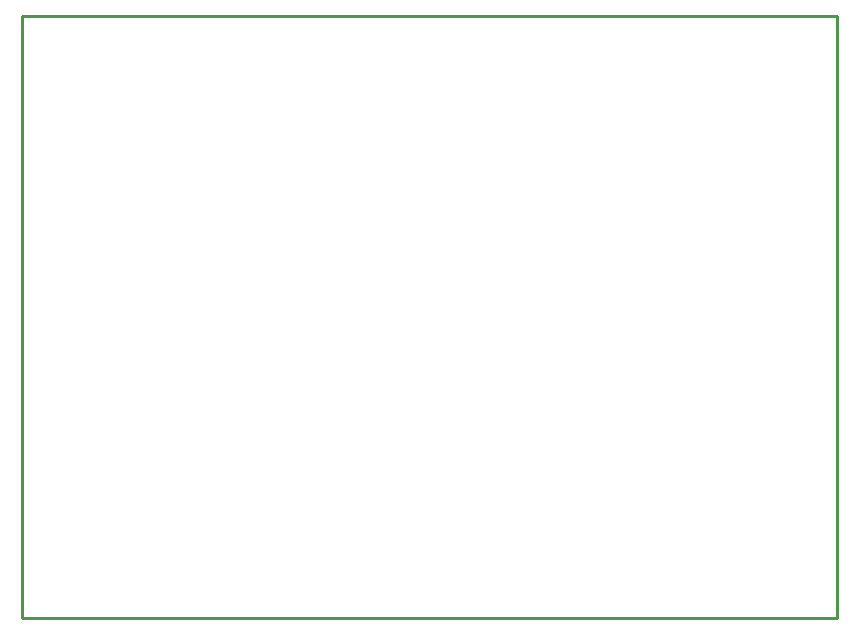
<source format=gbr>
G04 EAGLE Gerber RS-274X export*
G75*
%MOMM*%
%FSLAX34Y34*%
%LPD*%
%IN*%
%IPPOS*%
%AMOC8*
5,1,8,0,0,1.08239X$1,22.5*%
G01*
%ADD10C,0.254000*%


D10*
X380000Y10000D02*
X1070000Y10000D01*
X1070000Y520000D01*
X380000Y520000D01*
X380000Y10000D01*
M02*

</source>
